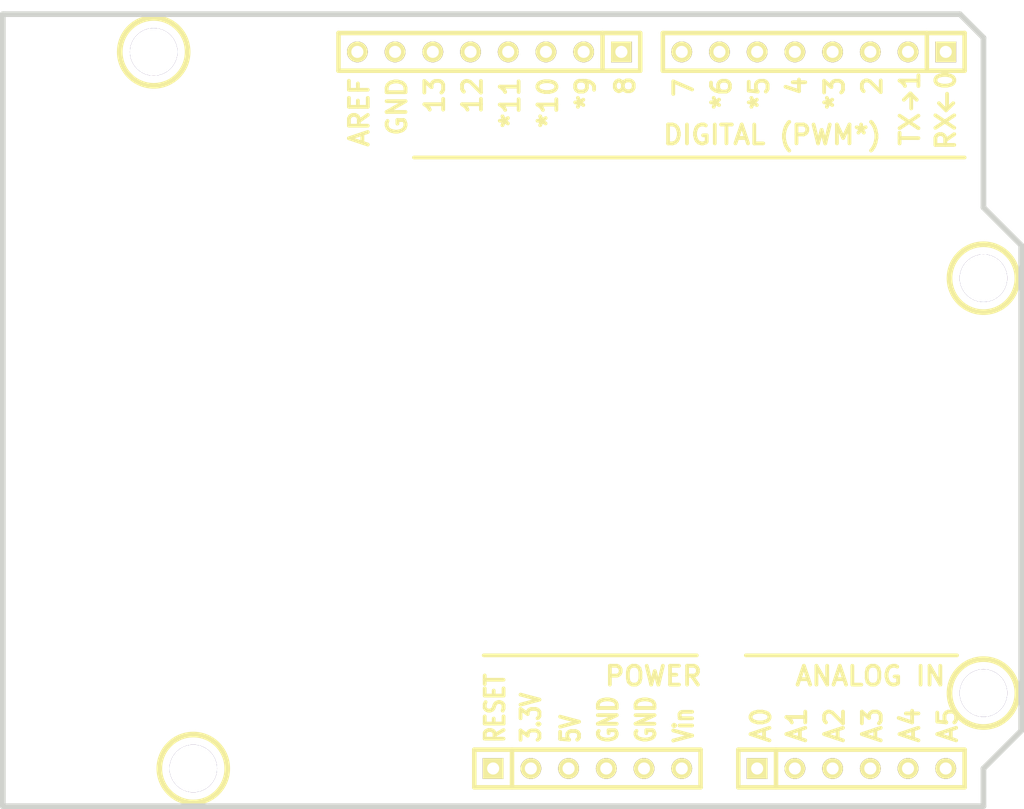
<source format=kicad_pcb>
(kicad_pcb (version 3) (host pcbnew "(2013-may-18)-stable")

  (general
    (links 2)
    (no_connects 2)
    (area 30.289499 41.783 99.250501 98.02876)
    (thickness 1.6002)
    (drawings 47)
    (tracks 0)
    (zones 0)
    (modules 8)
    (nets 3)
  )

  (page A4)
  (title_block 
    (title "FreeDuino shield template")
    (rev 1)
    (company "Alexey Pavlyukov")
  )

  (layers
    (15 Front signal)
    (0 Back signal)
    (16 B.Adhes user)
    (17 F.Adhes user)
    (18 B.Paste user)
    (19 F.Paste user)
    (20 B.SilkS user)
    (21 F.SilkS user)
    (22 B.Mask user)
    (23 F.Mask user)
    (24 Dwgs.User user)
    (25 Cmts.User user)
    (26 Eco1.User user)
    (27 Eco2.User user)
    (28 Edge.Cuts user)
  )

  (setup
    (last_trace_width 0.2032)
    (trace_clearance 0.254)
    (zone_clearance 0.508)
    (zone_45_only no)
    (trace_min 0.2032)
    (segment_width 0.381)
    (edge_width 0.381)
    (via_size 0.889)
    (via_drill 0.635)
    (via_min_size 0.889)
    (via_min_drill 0.508)
    (uvia_size 0.508)
    (uvia_drill 0.127)
    (uvias_allowed no)
    (uvia_min_size 0.508)
    (uvia_min_drill 0.127)
    (pcb_text_width 0.3048)
    (pcb_text_size 1.524 2.032)
    (mod_edge_width 0.381)
    (mod_text_size 1.524 1.524)
    (mod_text_width 0.3048)
    (pad_size 3.2004 3.2004)
    (pad_drill 3.2004)
    (pad_to_mask_clearance 0.254)
    (aux_axis_origin 0 0)
    (visible_elements FFFFFFBF)
    (pcbplotparams
      (layerselection 3178497)
      (usegerberextensions true)
      (excludeedgelayer true)
      (linewidth 0.150000)
      (plotframeref false)
      (viasonmask false)
      (mode 1)
      (useauxorigin false)
      (hpglpennumber 1)
      (hpglpenspeed 20)
      (hpglpendiameter 15)
      (hpglpenoverlay 2)
      (psnegative false)
      (psa4output false)
      (plotreference true)
      (plotvalue true)
      (plotothertext true)
      (plotinvisibletext false)
      (padsonsilk false)
      (subtractmaskfromsilk false)
      (outputformat 1)
      (mirror false)
      (drillshape 1)
      (scaleselection 1)
      (outputdirectory ""))
  )

  (net 0 "")
  (net 1 +5V)
  (net 2 GND)

  (net_class Default "This is the default net class."
    (clearance 0.254)
    (trace_width 0.2032)
    (via_dia 0.889)
    (via_drill 0.635)
    (uvia_dia 0.508)
    (uvia_drill 0.127)
    (add_net "")
    (add_net +5V)
    (add_net GND)
  )

  (module SIL-6   locked (layer Front) (tedit 4DA6B353) (tstamp 4DA6A253)
    (at 69.85 93.98)
    (descr "Connecteur 6 pins")
    (tags "CONN DEV")
    (path /4DA69D10)
    (fp_text reference P4 (at -1.3716 2.7686) (layer F.SilkS) hide
      (effects (font (size 1.72974 1.08712) (thickness 0.27178)))
    )
    (fp_text value POWER (at 4.4196 2.7178) (layer F.SilkS) hide
      (effects (font (size 1.524 1.016) (thickness 0.254)))
    )
    (fp_line (start -7.62 1.27) (end -7.62 -1.27) (layer F.SilkS) (width 0.3048))
    (fp_line (start -7.62 -1.27) (end 7.62 -1.27) (layer F.SilkS) (width 0.3048))
    (fp_line (start 7.62 -1.27) (end 7.62 1.27) (layer F.SilkS) (width 0.3048))
    (fp_line (start 7.62 1.27) (end -7.62 1.27) (layer F.SilkS) (width 0.3048))
    (fp_line (start -5.08 1.27) (end -5.08 -1.27) (layer F.SilkS) (width 0.3048))
    (pad 1 thru_hole rect (at -6.35 0) (size 1.397 1.397) (drill 0.8128)
      (layers *.Cu *.Mask F.SilkS)
    )
    (pad 2 thru_hole circle (at -3.81 0) (size 1.397 1.397) (drill 0.8128)
      (layers *.Cu *.Mask F.SilkS)
    )
    (pad 3 thru_hole circle (at -1.27 0) (size 1.397 1.397) (drill 0.8128)
      (layers *.Cu *.Mask F.SilkS)
      (net 1 +5V)
    )
    (pad 4 thru_hole circle (at 1.27 0) (size 1.397 1.397) (drill 0.8128)
      (layers *.Cu *.Mask F.SilkS)
      (net 2 GND)
    )
    (pad 5 thru_hole circle (at 3.81 0) (size 1.397 1.397) (drill 0.8128)
      (layers *.Cu *.Mask F.SilkS)
      (net 2 GND)
    )
    (pad 6 thru_hole circle (at 6.35 0) (size 1.397 1.397) (drill 0.8128)
      (layers *.Cu *.Mask F.SilkS)
    )
  )

  (module SIL-6   locked (layer Front) (tedit 4DA6B35D) (tstamp 4DA6A255)
    (at 87.63 93.98)
    (descr "Connecteur 6 pins")
    (tags "CONN DEV")
    (path /4DA69D5F)
    (fp_text reference P3 (at -1.6256 2.794) (layer F.SilkS) hide
      (effects (font (size 1.72974 1.08712) (thickness 0.27178)))
    )
    (fp_text value AD (at 2.3622 2.6924) (layer F.SilkS) hide
      (effects (font (size 1.524 1.016) (thickness 0.254)))
    )
    (fp_line (start -7.62 1.27) (end -7.62 -1.27) (layer F.SilkS) (width 0.3048))
    (fp_line (start -7.62 -1.27) (end 7.62 -1.27) (layer F.SilkS) (width 0.3048))
    (fp_line (start 7.62 -1.27) (end 7.62 1.27) (layer F.SilkS) (width 0.3048))
    (fp_line (start 7.62 1.27) (end -7.62 1.27) (layer F.SilkS) (width 0.3048))
    (fp_line (start -5.08 1.27) (end -5.08 -1.27) (layer F.SilkS) (width 0.3048))
    (pad 1 thru_hole rect (at -6.35 0) (size 1.397 1.397) (drill 0.8128)
      (layers *.Cu *.Mask F.SilkS)
    )
    (pad 2 thru_hole circle (at -3.81 0) (size 1.397 1.397) (drill 0.8128)
      (layers *.Cu *.Mask F.SilkS)
    )
    (pad 3 thru_hole circle (at -1.27 0) (size 1.397 1.397) (drill 0.8128)
      (layers *.Cu *.Mask F.SilkS)
    )
    (pad 4 thru_hole circle (at 1.27 0) (size 1.397 1.397) (drill 0.8128)
      (layers *.Cu *.Mask F.SilkS)
    )
    (pad 5 thru_hole circle (at 3.81 0) (size 1.397 1.397) (drill 0.8128)
      (layers *.Cu *.Mask F.SilkS)
    )
    (pad 6 thru_hole circle (at 6.35 0) (size 1.397 1.397) (drill 0.8128)
      (layers *.Cu *.Mask F.SilkS)
    )
  )

  (module SIL-8   locked (layer Front) (tedit 4DA6AD39) (tstamp 4DA6A4B7)
    (at 85.09 45.72 180)
    (descr "Connecteur 8 pins")
    (tags "CONN DEV")
    (path /4DA69D6F)
    (fp_text reference P2 (at 1.397 2.54 180) (layer F.SilkS) hide
      (effects (font (size 1.72974 1.08712) (thickness 0.27178)))
    )
    (fp_text value IOL (at -1.651 2.54 180) (layer F.SilkS) hide
      (effects (font (size 1.524 1.016) (thickness 0.254)))
    )
    (fp_line (start -10.16 -1.27) (end 10.16 -1.27) (layer F.SilkS) (width 0.3048))
    (fp_line (start 10.16 -1.27) (end 10.16 1.27) (layer F.SilkS) (width 0.3048))
    (fp_line (start 10.16 1.27) (end -10.16 1.27) (layer F.SilkS) (width 0.3048))
    (fp_line (start -10.16 1.27) (end -10.16 -1.27) (layer F.SilkS) (width 0.3048))
    (fp_line (start -7.62 1.27) (end -7.62 -1.27) (layer F.SilkS) (width 0.3048))
    (pad 1 thru_hole rect (at -8.89 0 180) (size 1.397 1.397) (drill 0.8128)
      (layers *.Cu *.Mask F.SilkS)
    )
    (pad 2 thru_hole circle (at -6.35 0 180) (size 1.397 1.397) (drill 0.8128)
      (layers *.Cu *.Mask F.SilkS)
    )
    (pad 3 thru_hole circle (at -3.81 0 180) (size 1.397 1.397) (drill 0.8128)
      (layers *.Cu *.Mask F.SilkS)
    )
    (pad 4 thru_hole circle (at -1.27 0 180) (size 1.397 1.397) (drill 0.8128)
      (layers *.Cu *.Mask F.SilkS)
    )
    (pad 5 thru_hole circle (at 1.27 0 180) (size 1.397 1.397) (drill 0.8128)
      (layers *.Cu *.Mask F.SilkS)
    )
    (pad 6 thru_hole circle (at 3.81 0 180) (size 1.397 1.397) (drill 0.8128)
      (layers *.Cu *.Mask F.SilkS)
    )
    (pad 7 thru_hole circle (at 6.35 0 180) (size 1.397 1.397) (drill 0.8128)
      (layers *.Cu *.Mask F.SilkS)
    )
    (pad 8 thru_hole circle (at 8.89 0 180) (size 1.397 1.397) (drill 0.8128)
      (layers *.Cu *.Mask F.SilkS)
    )
  )

  (module SIL-8   locked (layer Front) (tedit 4DA6AD44) (tstamp 4DA6A258)
    (at 63.246 45.72 180)
    (descr "Connecteur 8 pins")
    (tags "CONN DEV")
    (path /4DA69D6C)
    (fp_text reference P1 (at 1.27 2.54 180) (layer F.SilkS) hide
      (effects (font (size 1.72974 1.08712) (thickness 0.27178)))
    )
    (fp_text value IOH (at -1.524 2.54 180) (layer F.SilkS) hide
      (effects (font (size 1.524 1.016) (thickness 0.254)))
    )
    (fp_line (start -10.16 -1.27) (end 10.16 -1.27) (layer F.SilkS) (width 0.3048))
    (fp_line (start 10.16 -1.27) (end 10.16 1.27) (layer F.SilkS) (width 0.3048))
    (fp_line (start 10.16 1.27) (end -10.16 1.27) (layer F.SilkS) (width 0.3048))
    (fp_line (start -10.16 1.27) (end -10.16 -1.27) (layer F.SilkS) (width 0.3048))
    (fp_line (start -7.62 1.27) (end -7.62 -1.27) (layer F.SilkS) (width 0.3048))
    (pad 1 thru_hole rect (at -8.89 0 180) (size 1.397 1.397) (drill 0.8128)
      (layers *.Cu *.Mask F.SilkS)
    )
    (pad 2 thru_hole circle (at -6.35 0 180) (size 1.397 1.397) (drill 0.8128)
      (layers *.Cu *.Mask F.SilkS)
    )
    (pad 3 thru_hole circle (at -3.81 0 180) (size 1.397 1.397) (drill 0.8128)
      (layers *.Cu *.Mask F.SilkS)
    )
    (pad 4 thru_hole circle (at -1.27 0 180) (size 1.397 1.397) (drill 0.8128)
      (layers *.Cu *.Mask F.SilkS)
    )
    (pad 5 thru_hole circle (at 1.27 0 180) (size 1.397 1.397) (drill 0.8128)
      (layers *.Cu *.Mask F.SilkS)
    )
    (pad 6 thru_hole circle (at 3.81 0 180) (size 1.397 1.397) (drill 0.8128)
      (layers *.Cu *.Mask F.SilkS)
    )
    (pad 7 thru_hole circle (at 6.35 0 180) (size 1.397 1.397) (drill 0.8128)
      (layers *.Cu *.Mask F.SilkS)
      (net 2 GND)
    )
    (pad 8 thru_hole circle (at 8.89 0 180) (size 1.397 1.397) (drill 0.8128)
      (layers *.Cu *.Mask F.SilkS)
    )
  )

  (module 1pin   locked (layer Front) (tedit 4DA6B3FA) (tstamp 4DA6AAC8)
    (at 40.64 45.72)
    (descr "module 1 pin (ou trou mecanique de percage)")
    (tags DEV)
    (path 1pin)
    (fp_text reference "" (at 0 -3.048) (layer F.SilkS)
      (effects (font (size 1.016 1.016) (thickness 0.254)))
    )
    (fp_text value "" (at 0 2.794) (layer F.SilkS) hide
      (effects (font (size 1.016 1.016) (thickness 0.254)))
    )
    (fp_circle (center 0 0) (end 0 -2.286) (layer F.SilkS) (width 0.381))
    (pad "" thru_hole circle (at 0 0) (size 3.2004 3.2004) (drill 3.2004)
      (layers *.Cu *.Mask)
    )
  )

  (module 1pin   locked (layer Front) (tedit 4DA6B3DC) (tstamp 4DA6AACD)
    (at 96.52 60.96)
    (descr "module 1 pin (ou trou mecanique de percage)")
    (tags DEV)
    (path 1pin)
    (fp_text reference "" (at 0 -3.048) (layer F.SilkS)
      (effects (font (size 1.016 1.016) (thickness 0.254)))
    )
    (fp_text value "" (at 0 2.794) (layer F.SilkS) hide
      (effects (font (size 1.016 1.016) (thickness 0.254)))
    )
    (fp_circle (center 0 0) (end 0 -2.286) (layer F.SilkS) (width 0.381))
    (pad "" thru_hole circle (at 0 0) (size 3.2004 3.2004) (drill 3.2004)
      (layers *.Cu *.Mask)
    )
  )

  (module 1pin   locked (layer Front) (tedit 4DA6B3E9) (tstamp 4DA6AAD0)
    (at 96.52 88.9)
    (descr "module 1 pin (ou trou mecanique de percage)")
    (tags DEV)
    (path 1pin)
    (fp_text reference "" (at 0 -3.048) (layer F.SilkS)
      (effects (font (size 1.016 1.016) (thickness 0.254)))
    )
    (fp_text value "" (at 0 2.794) (layer F.SilkS) hide
      (effects (font (size 1.016 1.016) (thickness 0.254)))
    )
    (fp_circle (center 0 0) (end 0 -2.286) (layer F.SilkS) (width 0.381))
    (pad "" thru_hole circle (at 0 0) (size 3.2004 3.2004) (drill 3.2004)
      (layers *.Cu *.Mask)
    )
  )

  (module 1pin   locked (layer Front) (tedit 4DA6B3F2) (tstamp 4DA6AAD2)
    (at 43.307 93.98)
    (descr "module 1 pin (ou trou mecanique de percage)")
    (tags DEV)
    (path 1pin)
    (fp_text reference "" (at 0 -3.048) (layer F.SilkS)
      (effects (font (size 1.016 1.016) (thickness 0.254)))
    )
    (fp_text value "" (at 0 2.794) (layer F.SilkS) hide
      (effects (font (size 1.016 1.016) (thickness 0.254)))
    )
    (fp_circle (center 0 0) (end 0 -2.286) (layer F.SilkS) (width 0.381))
    (pad "" thru_hole circle (at 0 0) (size 3.2004 3.2004) (drill 3.2004)
      (layers *.Cu *.Mask)
    )
  )

  (gr_line (start 80.518 86.36) (end 94.742 86.36) (angle 90) (layer F.SilkS) (width 0.254))
  (gr_line (start 77.216 86.36) (end 62.865 86.36) (angle 90) (layer F.SilkS) (width 0.254))
  (gr_text "ANALOG IN" (at 88.9 87.757) (layer F.SilkS)
    (effects (font (size 1.27 1.27) (thickness 0.254)))
  )
  (gr_text POWER (at 74.295 87.757) (layer F.SilkS)
    (effects (font (size 1.27 1.27) (thickness 0.254)))
  )
  (gr_text RESET (at 63.627 89.916 90) (layer F.SilkS)
    (effects (font (size 1.27 1.016) (thickness 0.254)))
  )
  (gr_text 3.3V (at 66.04 90.551 90) (layer F.SilkS)
    (effects (font (size 1.27 1.016) (thickness 0.254)))
  )
  (gr_text 5V (at 68.707 91.313 90) (layer F.SilkS)
    (effects (font (size 1.27 1.016) (thickness 0.254)))
  )
  (gr_text GND (at 71.247 90.678 90) (layer F.SilkS)
    (effects (font (size 1.27 1.016) (thickness 0.254)))
  )
  (gr_text Vin (at 76.327 91.059 90) (layer F.SilkS)
    (effects (font (size 1.27 1.016) (thickness 0.254)))
  )
  (gr_text GND (at 73.787 90.678 90) (layer F.SilkS)
    (effects (font (size 1.27 1.016) (thickness 0.254)))
  )
  (gr_text A0 (at 81.534 91.059 90) (layer F.SilkS)
    (effects (font (size 1.27 1.27) (thickness 0.254)))
  )
  (gr_text A1 (at 83.947 91.059 90) (layer F.SilkS)
    (effects (font (size 1.27 1.27) (thickness 0.254)))
  )
  (gr_text A2 (at 86.487 91.059 90) (layer F.SilkS)
    (effects (font (size 1.27 1.27) (thickness 0.254)))
  )
  (gr_text A3 (at 89.027 91.059 90) (layer F.SilkS)
    (effects (font (size 1.27 1.27) (thickness 0.254)))
  )
  (gr_text A5 (at 94.107 91.059 90) (layer F.SilkS)
    (effects (font (size 1.27 1.27) (thickness 0.254)))
  )
  (gr_text A4 (at 91.567 91.059 90) (layer F.SilkS)
    (effects (font (size 1.27 1.27) (thickness 0.254)))
  )
  (gr_line (start 94.0054 49.657) (end 94.488 49.1744) (angle 90) (layer F.SilkS) (width 0.254))
  (gr_line (start 93.5228 49.1744) (end 94.0054 49.657) (angle 90) (layer F.SilkS) (width 0.254))
  (gr_line (start 91.5924 48.514) (end 92.0242 48.9458) (angle 90) (layer F.SilkS) (width 0.254))
  (gr_line (start 91.1606 48.9458) (end 91.5924 48.514) (angle 90) (layer F.SilkS) (width 0.254))
  (gr_text "DIGITAL (PWM*)" (at 82.296 51.308) (layer F.SilkS)
    (effects (font (size 1.27 1.27) (thickness 0.254)))
  )
  (gr_text 4 (at 83.947 48.006 90) (layer F.SilkS)
    (effects (font (size 1.27 1.27) (thickness 0.254)))
  )
  (gr_text *5 (at 81.407 48.514 90) (layer F.SilkS)
    (effects (font (size 1.27 1.27) (thickness 0.254)))
  )
  (gr_text *3 (at 86.487 48.514 90) (layer F.SilkS)
    (effects (font (size 1.27 1.27) (thickness 0.254)))
  )
  (gr_text 2 (at 89.027 48.006 90) (layer F.SilkS)
    (effects (font (size 1.27 1.27) (thickness 0.254)))
  )
  (gr_text RX-0 (at 93.98 49.657 90) (layer F.SilkS)
    (effects (font (size 1.27 1.27) (thickness 0.254)))
  )
  (gr_text TX-1 (at 91.567 49.53 90) (layer F.SilkS)
    (effects (font (size 1.27 1.27) (thickness 0.254)))
  )
  (gr_text *9 (at 69.723 48.514 90) (layer F.SilkS)
    (effects (font (size 1.27 1.27) (thickness 0.254)))
  )
  (gr_text 8 (at 72.39 48.006 90) (layer F.SilkS)
    (effects (font (size 1.27 1.27) (thickness 0.254)))
  )
  (gr_text *6 (at 78.867 48.514 90) (layer F.SilkS)
    (effects (font (size 1.27 1.27) (thickness 0.254)))
  )
  (gr_text 7 (at 76.327 48.133 90) (layer F.SilkS)
    (effects (font (size 1.27 1.27) (thickness 0.254)))
  )
  (gr_text *11 (at 64.643 49.149 90) (layer F.SilkS)
    (effects (font (size 1.27 1.27) (thickness 0.254)))
  )
  (gr_text *10 (at 67.183 49.149 90) (layer F.SilkS)
    (effects (font (size 1.27 1.27) (thickness 0.254)))
  )
  (gr_text 12 (at 62.103 48.641 90) (layer F.SilkS)
    (effects (font (size 1.27 1.27) (thickness 0.254)))
  )
  (gr_text 13 (at 59.563 48.641 90) (layer F.SilkS)
    (effects (font (size 1.27 1.27) (thickness 0.254)))
  )
  (gr_line (start 58.166 52.832) (end 95.25 52.832) (angle 90) (layer F.SilkS) (width 0.254))
  (gr_text GND (at 57.023 49.403 90) (layer F.SilkS)
    (effects (font (size 1.27 1.27) (thickness 0.254)))
  )
  (gr_text AREF (at 54.483 49.784 90) (layer F.SilkS)
    (effects (font (size 1.27 1.27) (thickness 0.254)))
  )
  (gr_line (start 30.48 96.52) (end 30.48 43.18) (angle 90) (layer Edge.Cuts) (width 0.381))
  (gr_line (start 96.52 96.52) (end 30.48 96.52) (angle 90) (layer Edge.Cuts) (width 0.381))
  (gr_line (start 96.52 93.98) (end 96.52 96.52) (angle 90) (layer Edge.Cuts) (width 0.381))
  (gr_line (start 99.06 91.44) (end 96.52 93.98) (angle 90) (layer Edge.Cuts) (width 0.381))
  (gr_line (start 99.06 58.7375) (end 99.06 91.44) (angle 90) (layer Edge.Cuts) (width 0.381))
  (gr_line (start 96.52 56.1975) (end 99.06 58.7375) (angle 90) (layer Edge.Cuts) (width 0.381))
  (gr_line (start 96.52 56.1975) (end 96.52 44.7675) (angle 90) (layer Edge.Cuts) (width 0.381))
  (gr_line (start 94.9325 43.18) (end 96.52 44.7675) (angle 90) (layer Edge.Cuts) (width 0.381))
  (gr_line (start 30.48 43.18) (end 94.9325 43.18) (angle 90) (layer Edge.Cuts) (width 0.381))

)

</source>
